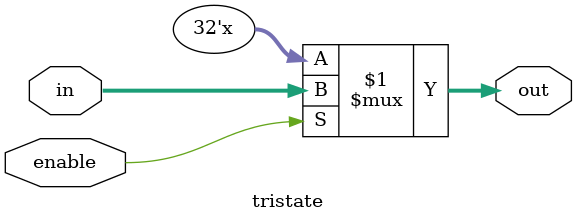
<source format=v>
`timescale 1ns/1ns

module tristate #(parameter size = 32)(
    input  [size-1:0] in,
    output [size-1:0] out,
    input enable
);

    assign out = (enable) ? in : {(size){1'bz}};

endmodule
</source>
